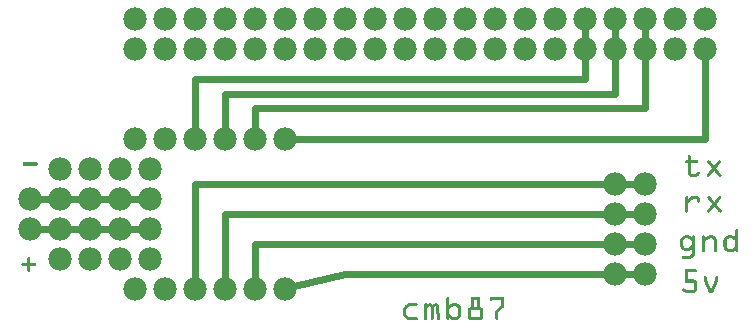
<source format=gtl>
G04 MADE WITH FRITZING*
G04 WWW.FRITZING.ORG*
G04 DOUBLE SIDED*
G04 HOLES PLATED*
G04 CONTOUR ON CENTER OF CONTOUR VECTOR*
%ASAXBY*%
%FSLAX23Y23*%
%MOIN*%
%OFA0B0*%
%SFA1.0B1.0*%
%ADD10C,0.078000*%
%ADD11C,0.077444*%
%ADD12C,0.024000*%
%ADD13R,0.001000X0.001000*%
%LNCOPPER1*%
G90*
G70*
G54D10*
X445Y687D03*
X545Y687D03*
X645Y687D03*
X745Y687D03*
X845Y687D03*
X945Y687D03*
X445Y687D03*
X545Y687D03*
X645Y687D03*
X745Y687D03*
X845Y687D03*
X945Y687D03*
X945Y187D03*
X845Y187D03*
X745Y187D03*
X645Y187D03*
X545Y187D03*
X445Y187D03*
X945Y187D03*
X845Y187D03*
X745Y187D03*
X645Y187D03*
X545Y187D03*
X445Y187D03*
G54D11*
X445Y987D03*
X545Y987D03*
X645Y987D03*
X745Y987D03*
X845Y987D03*
X945Y987D03*
X1045Y987D03*
X1145Y987D03*
X1245Y986D03*
X1345Y987D03*
X1445Y987D03*
X1545Y987D03*
X1645Y987D03*
X1745Y987D03*
X1845Y987D03*
X1945Y987D03*
X2045Y987D03*
X2145Y987D03*
X2246Y987D03*
X2345Y987D03*
X2345Y1087D03*
X2246Y1087D03*
X2145Y1087D03*
X2045Y1087D03*
X1945Y1087D03*
X1845Y1087D03*
X1745Y1087D03*
X1645Y1087D03*
X1545Y1087D03*
X1445Y1087D03*
X1345Y1087D03*
X1245Y1087D03*
X1145Y1087D03*
X1045Y1087D03*
X945Y1087D03*
X845Y1087D03*
X745Y1087D03*
X645Y1087D03*
X545Y1087D03*
X445Y1087D03*
G54D10*
X2145Y537D03*
X2145Y437D03*
X2145Y337D03*
X2145Y237D03*
X2145Y537D03*
X2145Y437D03*
X2145Y337D03*
X2145Y237D03*
X495Y387D03*
X395Y387D03*
X295Y387D03*
X195Y387D03*
X95Y387D03*
X495Y387D03*
X395Y387D03*
X295Y387D03*
X195Y387D03*
X95Y387D03*
X95Y487D03*
X195Y487D03*
X295Y487D03*
X395Y487D03*
X495Y487D03*
X495Y387D03*
X395Y387D03*
X295Y387D03*
X195Y387D03*
X95Y387D03*
X495Y387D03*
X395Y387D03*
X295Y387D03*
X195Y387D03*
X95Y387D03*
X95Y487D03*
X195Y487D03*
X295Y487D03*
X395Y487D03*
X495Y487D03*
X2045Y537D03*
X2045Y437D03*
X2045Y337D03*
X2045Y237D03*
X2045Y537D03*
X2045Y437D03*
X2045Y337D03*
X2045Y237D03*
X195Y587D03*
X295Y587D03*
X395Y587D03*
X495Y587D03*
X195Y587D03*
X295Y587D03*
X395Y587D03*
X495Y587D03*
X195Y287D03*
X295Y287D03*
X395Y287D03*
X495Y287D03*
X195Y287D03*
X295Y287D03*
X395Y287D03*
X495Y287D03*
G54D12*
X125Y487D02*
X465Y487D01*
D02*
X465Y387D02*
X125Y387D01*
D02*
X2015Y238D02*
X1146Y238D01*
D02*
X1146Y238D02*
X975Y195D01*
D02*
X2075Y237D02*
X2115Y237D01*
D02*
X2075Y337D02*
X2115Y337D01*
D02*
X846Y218D02*
X846Y336D01*
D02*
X846Y336D02*
X2015Y337D01*
D02*
X2075Y437D02*
X2115Y437D01*
D02*
X745Y218D02*
X746Y437D01*
D02*
X746Y437D02*
X2015Y437D01*
D02*
X645Y538D02*
X645Y218D01*
D02*
X2015Y537D02*
X645Y538D01*
D02*
X2075Y537D02*
X2115Y537D01*
D02*
X2345Y688D02*
X975Y687D01*
D02*
X2345Y957D02*
X2345Y688D01*
D02*
X846Y789D02*
X2147Y789D01*
D02*
X2147Y789D02*
X2145Y1057D01*
D02*
X846Y718D02*
X846Y789D01*
D02*
X746Y838D02*
X2046Y838D01*
D02*
X2046Y838D02*
X2045Y1057D01*
D02*
X745Y718D02*
X746Y838D01*
D02*
X1945Y1018D02*
X1945Y1057D01*
D02*
X645Y887D02*
X1945Y887D01*
D02*
X645Y718D02*
X645Y887D01*
D02*
X1945Y887D02*
X1945Y957D01*
G54D13*
X2294Y633D02*
X2294Y633D01*
X2291Y632D02*
X2297Y632D01*
X2291Y631D02*
X2297Y631D01*
X2290Y630D02*
X2298Y630D01*
X2290Y629D02*
X2298Y629D01*
X2289Y628D02*
X2299Y628D01*
X2289Y627D02*
X2299Y627D01*
X2289Y626D02*
X2299Y626D01*
X2289Y625D02*
X2299Y625D01*
X2289Y624D02*
X2299Y624D01*
X2289Y623D02*
X2299Y623D01*
X2289Y622D02*
X2299Y622D01*
X2289Y621D02*
X2299Y621D01*
X2289Y620D02*
X2299Y620D01*
X2289Y619D02*
X2299Y619D01*
X2289Y618D02*
X2299Y618D01*
X2289Y617D02*
X2299Y617D01*
X2284Y616D02*
X2319Y616D01*
X2357Y616D02*
X2358Y616D01*
X2394Y616D02*
X2395Y616D01*
X2282Y615D02*
X2321Y615D01*
X2355Y615D02*
X2360Y615D01*
X2392Y615D02*
X2397Y615D01*
X2281Y614D02*
X2322Y614D01*
X2354Y614D02*
X2361Y614D01*
X2391Y614D02*
X2398Y614D01*
X2280Y613D02*
X2323Y613D01*
X2353Y613D02*
X2362Y613D01*
X2391Y613D02*
X2399Y613D01*
X2280Y612D02*
X2323Y612D01*
X2353Y612D02*
X2363Y612D01*
X2390Y612D02*
X2399Y612D01*
X2280Y611D02*
X2323Y611D01*
X2353Y611D02*
X2364Y611D01*
X2389Y611D02*
X2399Y611D01*
X2280Y610D02*
X2323Y610D01*
X2353Y610D02*
X2364Y610D01*
X2388Y610D02*
X2399Y610D01*
X75Y609D02*
X118Y609D01*
X2280Y609D02*
X2323Y609D01*
X2353Y609D02*
X2365Y609D01*
X2387Y609D02*
X2399Y609D01*
X74Y608D02*
X119Y608D01*
X2281Y608D02*
X2322Y608D01*
X2354Y608D02*
X2366Y608D01*
X2386Y608D02*
X2398Y608D01*
X73Y607D02*
X120Y607D01*
X2282Y607D02*
X2321Y607D01*
X2355Y607D02*
X2367Y607D01*
X2386Y607D02*
X2398Y607D01*
X72Y606D02*
X121Y606D01*
X2289Y606D02*
X2299Y606D01*
X2356Y606D02*
X2368Y606D01*
X2385Y606D02*
X2397Y606D01*
X72Y605D02*
X121Y605D01*
X2289Y605D02*
X2299Y605D01*
X2356Y605D02*
X2369Y605D01*
X2384Y605D02*
X2396Y605D01*
X72Y604D02*
X121Y604D01*
X2289Y604D02*
X2299Y604D01*
X2357Y604D02*
X2369Y604D01*
X2383Y604D02*
X2395Y604D01*
X72Y603D02*
X121Y603D01*
X2289Y603D02*
X2299Y603D01*
X2358Y603D02*
X2370Y603D01*
X2382Y603D02*
X2394Y603D01*
X72Y602D02*
X121Y602D01*
X2289Y602D02*
X2299Y602D01*
X2359Y602D02*
X2371Y602D01*
X2381Y602D02*
X2393Y602D01*
X72Y601D02*
X121Y601D01*
X2289Y601D02*
X2299Y601D01*
X2360Y601D02*
X2372Y601D01*
X2381Y601D02*
X2393Y601D01*
X72Y600D02*
X121Y600D01*
X2289Y600D02*
X2299Y600D01*
X2361Y600D02*
X2373Y600D01*
X2380Y600D02*
X2392Y600D01*
X72Y599D02*
X121Y599D01*
X2289Y599D02*
X2299Y599D01*
X2361Y599D02*
X2374Y599D01*
X2379Y599D02*
X2391Y599D01*
X73Y598D02*
X120Y598D01*
X2289Y598D02*
X2299Y598D01*
X2362Y598D02*
X2374Y598D01*
X2378Y598D02*
X2390Y598D01*
X73Y597D02*
X120Y597D01*
X2289Y597D02*
X2299Y597D01*
X2363Y597D02*
X2375Y597D01*
X2377Y597D02*
X2389Y597D01*
X74Y596D02*
X118Y596D01*
X2289Y596D02*
X2299Y596D01*
X2364Y596D02*
X2389Y596D01*
X2289Y595D02*
X2299Y595D01*
X2365Y595D02*
X2388Y595D01*
X2289Y594D02*
X2299Y594D01*
X2366Y594D02*
X2387Y594D01*
X2289Y593D02*
X2299Y593D01*
X2366Y593D02*
X2386Y593D01*
X2289Y592D02*
X2299Y592D01*
X2367Y592D02*
X2385Y592D01*
X2289Y591D02*
X2299Y591D01*
X2368Y591D02*
X2384Y591D01*
X2289Y590D02*
X2299Y590D01*
X2369Y590D02*
X2384Y590D01*
X2289Y589D02*
X2299Y589D01*
X2370Y589D02*
X2383Y589D01*
X2289Y588D02*
X2299Y588D01*
X2370Y588D02*
X2383Y588D01*
X2289Y587D02*
X2299Y587D01*
X2369Y587D02*
X2383Y587D01*
X2289Y586D02*
X2299Y586D01*
X2368Y586D02*
X2384Y586D01*
X2289Y585D02*
X2299Y585D01*
X2367Y585D02*
X2385Y585D01*
X2289Y584D02*
X2299Y584D01*
X2366Y584D02*
X2386Y584D01*
X2289Y583D02*
X2299Y583D01*
X2366Y583D02*
X2387Y583D01*
X2289Y582D02*
X2299Y582D01*
X2365Y582D02*
X2388Y582D01*
X2289Y581D02*
X2299Y581D01*
X2364Y581D02*
X2388Y581D01*
X2289Y580D02*
X2299Y580D01*
X2363Y580D02*
X2375Y580D01*
X2377Y580D02*
X2389Y580D01*
X2289Y579D02*
X2299Y579D01*
X2362Y579D02*
X2375Y579D01*
X2378Y579D02*
X2390Y579D01*
X2289Y578D02*
X2299Y578D01*
X2361Y578D02*
X2374Y578D01*
X2379Y578D02*
X2391Y578D01*
X2289Y577D02*
X2299Y577D01*
X2322Y577D02*
X2326Y577D01*
X2361Y577D02*
X2373Y577D01*
X2380Y577D02*
X2392Y577D01*
X2289Y576D02*
X2299Y576D01*
X2321Y576D02*
X2327Y576D01*
X2360Y576D02*
X2372Y576D01*
X2380Y576D02*
X2393Y576D01*
X2289Y575D02*
X2299Y575D01*
X2320Y575D02*
X2328Y575D01*
X2359Y575D02*
X2371Y575D01*
X2381Y575D02*
X2393Y575D01*
X2289Y574D02*
X2299Y574D01*
X2319Y574D02*
X2328Y574D01*
X2358Y574D02*
X2370Y574D01*
X2382Y574D02*
X2394Y574D01*
X2290Y573D02*
X2299Y573D01*
X2319Y573D02*
X2328Y573D01*
X2357Y573D02*
X2370Y573D01*
X2383Y573D02*
X2395Y573D01*
X2290Y572D02*
X2299Y572D01*
X2319Y572D02*
X2328Y572D01*
X2356Y572D02*
X2369Y572D01*
X2384Y572D02*
X2396Y572D01*
X2290Y571D02*
X2300Y571D01*
X2318Y571D02*
X2328Y571D01*
X2356Y571D02*
X2368Y571D01*
X2384Y571D02*
X2397Y571D01*
X2290Y570D02*
X2301Y570D01*
X2316Y570D02*
X2328Y570D01*
X2355Y570D02*
X2367Y570D01*
X2385Y570D02*
X2398Y570D01*
X2290Y569D02*
X2327Y569D01*
X2354Y569D02*
X2366Y569D01*
X2386Y569D02*
X2398Y569D01*
X2291Y568D02*
X2327Y568D01*
X2353Y568D02*
X2365Y568D01*
X2387Y568D02*
X2399Y568D01*
X2291Y567D02*
X2326Y567D01*
X2353Y567D02*
X2365Y567D01*
X2388Y567D02*
X2400Y567D01*
X2292Y566D02*
X2326Y566D01*
X2352Y566D02*
X2364Y566D01*
X2389Y566D02*
X2400Y566D01*
X2293Y565D02*
X2325Y565D01*
X2352Y565D02*
X2363Y565D01*
X2389Y565D02*
X2401Y565D01*
X2294Y564D02*
X2324Y564D01*
X2352Y564D02*
X2362Y564D01*
X2390Y564D02*
X2401Y564D01*
X2295Y563D02*
X2323Y563D01*
X2352Y563D02*
X2361Y563D01*
X2391Y563D02*
X2400Y563D01*
X2296Y562D02*
X2322Y562D01*
X2353Y562D02*
X2360Y562D01*
X2392Y562D02*
X2400Y562D01*
X2298Y561D02*
X2320Y561D01*
X2353Y561D02*
X2360Y561D01*
X2393Y561D02*
X2399Y561D01*
X2300Y560D02*
X2318Y560D01*
X2354Y560D02*
X2358Y560D01*
X2394Y560D02*
X2398Y560D01*
X2283Y496D02*
X2287Y496D01*
X2303Y496D02*
X2319Y496D01*
X2356Y496D02*
X2361Y496D01*
X2394Y496D02*
X2398Y496D01*
X2282Y495D02*
X2288Y495D01*
X2301Y495D02*
X2321Y495D01*
X2355Y495D02*
X2362Y495D01*
X2393Y495D02*
X2399Y495D01*
X2281Y494D02*
X2289Y494D01*
X2300Y494D02*
X2323Y494D01*
X2355Y494D02*
X2363Y494D01*
X2392Y494D02*
X2400Y494D01*
X2281Y493D02*
X2289Y493D01*
X2299Y493D02*
X2324Y493D01*
X2354Y493D02*
X2364Y493D01*
X2391Y493D02*
X2400Y493D01*
X2281Y492D02*
X2290Y492D01*
X2298Y492D02*
X2325Y492D01*
X2354Y492D02*
X2364Y492D01*
X2390Y492D02*
X2401Y492D01*
X2281Y491D02*
X2290Y491D01*
X2297Y491D02*
X2326Y491D01*
X2354Y491D02*
X2365Y491D01*
X2389Y491D02*
X2400Y491D01*
X2281Y490D02*
X2290Y490D01*
X2296Y490D02*
X2327Y490D01*
X2354Y490D02*
X2366Y490D01*
X2389Y490D02*
X2400Y490D01*
X2281Y489D02*
X2290Y489D01*
X2294Y489D02*
X2328Y489D01*
X2355Y489D02*
X2367Y489D01*
X2388Y489D02*
X2400Y489D01*
X2281Y488D02*
X2290Y488D01*
X2293Y488D02*
X2328Y488D01*
X2356Y488D02*
X2368Y488D01*
X2387Y488D02*
X2399Y488D01*
X2281Y487D02*
X2290Y487D01*
X2292Y487D02*
X2328Y487D01*
X2356Y487D02*
X2369Y487D01*
X2386Y487D02*
X2398Y487D01*
X2281Y486D02*
X2305Y486D01*
X2318Y486D02*
X2329Y486D01*
X2357Y486D02*
X2369Y486D01*
X2385Y486D02*
X2397Y486D01*
X2281Y485D02*
X2304Y485D01*
X2319Y485D02*
X2329Y485D01*
X2358Y485D02*
X2370Y485D01*
X2384Y485D02*
X2396Y485D01*
X2281Y484D02*
X2303Y484D01*
X2320Y484D02*
X2329Y484D01*
X2359Y484D02*
X2371Y484D01*
X2384Y484D02*
X2396Y484D01*
X2281Y483D02*
X2302Y483D01*
X2320Y483D02*
X2329Y483D01*
X2360Y483D02*
X2372Y483D01*
X2383Y483D02*
X2395Y483D01*
X2281Y482D02*
X2301Y482D01*
X2320Y482D02*
X2329Y482D01*
X2361Y482D02*
X2373Y482D01*
X2382Y482D02*
X2394Y482D01*
X2281Y481D02*
X2300Y481D01*
X2320Y481D02*
X2329Y481D01*
X2361Y481D02*
X2373Y481D01*
X2381Y481D02*
X2393Y481D01*
X2281Y480D02*
X2299Y480D01*
X2320Y480D02*
X2329Y480D01*
X2362Y480D02*
X2374Y480D01*
X2380Y480D02*
X2392Y480D01*
X2281Y479D02*
X2297Y479D01*
X2320Y479D02*
X2329Y479D01*
X2363Y479D02*
X2375Y479D01*
X2379Y479D02*
X2391Y479D01*
X2281Y478D02*
X2296Y478D01*
X2321Y478D02*
X2329Y478D01*
X2364Y478D02*
X2376Y478D01*
X2379Y478D02*
X2391Y478D01*
X2281Y477D02*
X2295Y477D01*
X2321Y477D02*
X2329Y477D01*
X2365Y477D02*
X2390Y477D01*
X2281Y476D02*
X2294Y476D01*
X2321Y476D02*
X2328Y476D01*
X2366Y476D02*
X2389Y476D01*
X2281Y475D02*
X2293Y475D01*
X2322Y475D02*
X2327Y475D01*
X2366Y475D02*
X2388Y475D01*
X2281Y474D02*
X2292Y474D01*
X2367Y474D02*
X2387Y474D01*
X2281Y473D02*
X2290Y473D01*
X2368Y473D02*
X2387Y473D01*
X2281Y472D02*
X2290Y472D01*
X2369Y472D02*
X2386Y472D01*
X2281Y471D02*
X2290Y471D01*
X2370Y471D02*
X2385Y471D01*
X2281Y470D02*
X2290Y470D01*
X2370Y470D02*
X2384Y470D01*
X2281Y469D02*
X2290Y469D01*
X2371Y469D02*
X2384Y469D01*
X2281Y468D02*
X2290Y468D01*
X2370Y468D02*
X2384Y468D01*
X2281Y467D02*
X2290Y467D01*
X2369Y467D02*
X2385Y467D01*
X2281Y466D02*
X2290Y466D01*
X2369Y466D02*
X2386Y466D01*
X2281Y465D02*
X2290Y465D01*
X2368Y465D02*
X2387Y465D01*
X2281Y464D02*
X2290Y464D01*
X2367Y464D02*
X2388Y464D01*
X2281Y463D02*
X2290Y463D01*
X2366Y463D02*
X2388Y463D01*
X2281Y462D02*
X2290Y462D01*
X2365Y462D02*
X2389Y462D01*
X2281Y461D02*
X2290Y461D01*
X2364Y461D02*
X2390Y461D01*
X2281Y460D02*
X2290Y460D01*
X2364Y460D02*
X2376Y460D01*
X2379Y460D02*
X2391Y460D01*
X2281Y459D02*
X2290Y459D01*
X2363Y459D02*
X2375Y459D01*
X2380Y459D02*
X2392Y459D01*
X2281Y458D02*
X2290Y458D01*
X2362Y458D02*
X2374Y458D01*
X2380Y458D02*
X2393Y458D01*
X2281Y457D02*
X2290Y457D01*
X2361Y457D02*
X2373Y457D01*
X2381Y457D02*
X2393Y457D01*
X2281Y456D02*
X2290Y456D01*
X2360Y456D02*
X2373Y456D01*
X2382Y456D02*
X2394Y456D01*
X2281Y455D02*
X2290Y455D01*
X2359Y455D02*
X2372Y455D01*
X2383Y455D02*
X2395Y455D01*
X2281Y454D02*
X2290Y454D01*
X2359Y454D02*
X2371Y454D01*
X2384Y454D02*
X2396Y454D01*
X2281Y453D02*
X2290Y453D01*
X2358Y453D02*
X2370Y453D01*
X2384Y453D02*
X2397Y453D01*
X2281Y452D02*
X2290Y452D01*
X2357Y452D02*
X2369Y452D01*
X2385Y452D02*
X2398Y452D01*
X2281Y451D02*
X2290Y451D01*
X2356Y451D02*
X2368Y451D01*
X2386Y451D02*
X2398Y451D01*
X2281Y450D02*
X2290Y450D01*
X2355Y450D02*
X2368Y450D01*
X2387Y450D02*
X2399Y450D01*
X2281Y449D02*
X2290Y449D01*
X2354Y449D02*
X2367Y449D01*
X2388Y449D02*
X2400Y449D01*
X2281Y448D02*
X2290Y448D01*
X2354Y448D02*
X2366Y448D01*
X2389Y448D02*
X2401Y448D01*
X2281Y447D02*
X2290Y447D01*
X2353Y447D02*
X2365Y447D01*
X2389Y447D02*
X2401Y447D01*
X2281Y446D02*
X2290Y446D01*
X2353Y446D02*
X2364Y446D01*
X2390Y446D02*
X2402Y446D01*
X2281Y445D02*
X2290Y445D01*
X2353Y445D02*
X2363Y445D01*
X2391Y445D02*
X2402Y445D01*
X2281Y444D02*
X2290Y444D01*
X2353Y444D02*
X2363Y444D01*
X2392Y444D02*
X2401Y444D01*
X2281Y443D02*
X2289Y443D01*
X2353Y443D02*
X2362Y443D01*
X2393Y443D02*
X2401Y443D01*
X2282Y442D02*
X2289Y442D01*
X2354Y442D02*
X2361Y442D01*
X2394Y442D02*
X2401Y442D01*
X2283Y441D02*
X2287Y441D01*
X2355Y441D02*
X2360Y441D01*
X2395Y441D02*
X2399Y441D01*
X2451Y386D02*
X2454Y386D01*
X2450Y385D02*
X2456Y385D01*
X2449Y384D02*
X2456Y384D01*
X2448Y383D02*
X2457Y383D01*
X2448Y382D02*
X2457Y382D01*
X2448Y381D02*
X2457Y381D01*
X2448Y380D02*
X2457Y380D01*
X2448Y379D02*
X2457Y379D01*
X2448Y378D02*
X2457Y378D01*
X2448Y377D02*
X2457Y377D01*
X2448Y376D02*
X2457Y376D01*
X2448Y375D02*
X2457Y375D01*
X2448Y374D02*
X2457Y374D01*
X2448Y373D02*
X2457Y373D01*
X2448Y372D02*
X2457Y372D01*
X2448Y371D02*
X2457Y371D01*
X2448Y370D02*
X2457Y370D01*
X2448Y369D02*
X2457Y369D01*
X2448Y368D02*
X2457Y368D01*
X2448Y367D02*
X2457Y367D01*
X2448Y366D02*
X2457Y366D01*
X2279Y365D02*
X2292Y365D01*
X2307Y365D02*
X2309Y365D01*
X2340Y365D02*
X2342Y365D01*
X2361Y365D02*
X2372Y365D01*
X2424Y365D02*
X2436Y365D01*
X2448Y365D02*
X2457Y365D01*
X2276Y364D02*
X2295Y364D01*
X2305Y364D02*
X2311Y364D01*
X2338Y364D02*
X2343Y364D01*
X2358Y364D02*
X2375Y364D01*
X2421Y364D02*
X2440Y364D01*
X2448Y364D02*
X2457Y364D01*
X2275Y363D02*
X2297Y363D01*
X2304Y363D02*
X2312Y363D01*
X2337Y363D02*
X2344Y363D01*
X2356Y363D02*
X2377Y363D01*
X2419Y363D02*
X2441Y363D01*
X2448Y363D02*
X2457Y363D01*
X2273Y362D02*
X2298Y362D01*
X2304Y362D02*
X2312Y362D01*
X2337Y362D02*
X2345Y362D01*
X2354Y362D02*
X2378Y362D01*
X2418Y362D02*
X2443Y362D01*
X2448Y362D02*
X2457Y362D01*
X2272Y361D02*
X2300Y361D01*
X2304Y361D02*
X2313Y361D01*
X2336Y361D02*
X2345Y361D01*
X2353Y361D02*
X2379Y361D01*
X2416Y361D02*
X2444Y361D01*
X2448Y361D02*
X2457Y361D01*
X2271Y360D02*
X2301Y360D01*
X2304Y360D02*
X2313Y360D01*
X2336Y360D02*
X2345Y360D01*
X2351Y360D02*
X2380Y360D01*
X2415Y360D02*
X2445Y360D01*
X2448Y360D02*
X2457Y360D01*
X2270Y359D02*
X2313Y359D01*
X2336Y359D02*
X2345Y359D01*
X2350Y359D02*
X2381Y359D01*
X2414Y359D02*
X2446Y359D01*
X2448Y359D02*
X2457Y359D01*
X2269Y358D02*
X2313Y358D01*
X2336Y358D02*
X2345Y358D01*
X2348Y358D02*
X2381Y358D01*
X2413Y358D02*
X2457Y358D01*
X2268Y357D02*
X2313Y357D01*
X2336Y357D02*
X2382Y357D01*
X2412Y357D02*
X2457Y357D01*
X2267Y356D02*
X2313Y356D01*
X2336Y356D02*
X2383Y356D01*
X2411Y356D02*
X2457Y356D01*
X2266Y355D02*
X2280Y355D01*
X2291Y355D02*
X2313Y355D01*
X2336Y355D02*
X2361Y355D01*
X2371Y355D02*
X2383Y355D01*
X2411Y355D02*
X2425Y355D01*
X2436Y355D02*
X2457Y355D01*
X2265Y354D02*
X2278Y354D01*
X2293Y354D02*
X2313Y354D01*
X2336Y354D02*
X2360Y354D01*
X2373Y354D02*
X2383Y354D01*
X2410Y354D02*
X2423Y354D01*
X2438Y354D02*
X2457Y354D01*
X2265Y353D02*
X2277Y353D01*
X2294Y353D02*
X2313Y353D01*
X2336Y353D02*
X2358Y353D01*
X2374Y353D02*
X2383Y353D01*
X2409Y353D02*
X2422Y353D01*
X2439Y353D02*
X2457Y353D01*
X2265Y352D02*
X2276Y352D01*
X2296Y352D02*
X2313Y352D01*
X2336Y352D02*
X2357Y352D01*
X2374Y352D02*
X2384Y352D01*
X2409Y352D02*
X2420Y352D01*
X2440Y352D02*
X2457Y352D01*
X2264Y351D02*
X2275Y351D01*
X2297Y351D02*
X2313Y351D01*
X2336Y351D02*
X2355Y351D01*
X2374Y351D02*
X2384Y351D01*
X2409Y351D02*
X2419Y351D01*
X2441Y351D02*
X2457Y351D01*
X2264Y350D02*
X2274Y350D01*
X2298Y350D02*
X2313Y350D01*
X2336Y350D02*
X2353Y350D01*
X2375Y350D02*
X2384Y350D01*
X2409Y350D02*
X2419Y350D01*
X2442Y350D02*
X2457Y350D01*
X2264Y349D02*
X2273Y349D01*
X2299Y349D02*
X2313Y349D01*
X2336Y349D02*
X2352Y349D01*
X2375Y349D02*
X2384Y349D01*
X2409Y349D02*
X2418Y349D01*
X2444Y349D02*
X2457Y349D01*
X2264Y348D02*
X2273Y348D01*
X2300Y348D02*
X2313Y348D01*
X2336Y348D02*
X2350Y348D01*
X2375Y348D02*
X2384Y348D01*
X2408Y348D02*
X2418Y348D01*
X2445Y348D02*
X2457Y348D01*
X2264Y347D02*
X2273Y347D01*
X2301Y347D02*
X2313Y347D01*
X2336Y347D02*
X2349Y347D01*
X2375Y347D02*
X2384Y347D01*
X2408Y347D02*
X2418Y347D01*
X2446Y347D02*
X2457Y347D01*
X2264Y346D02*
X2273Y346D01*
X2302Y346D02*
X2313Y346D01*
X2336Y346D02*
X2347Y346D01*
X2375Y346D02*
X2384Y346D01*
X2408Y346D02*
X2418Y346D01*
X2447Y346D02*
X2457Y346D01*
X2264Y345D02*
X2273Y345D01*
X2303Y345D02*
X2313Y345D01*
X2336Y345D02*
X2346Y345D01*
X2375Y345D02*
X2384Y345D01*
X2408Y345D02*
X2418Y345D01*
X2448Y345D02*
X2457Y345D01*
X2264Y344D02*
X2273Y344D01*
X2303Y344D02*
X2313Y344D01*
X2336Y344D02*
X2345Y344D01*
X2375Y344D02*
X2384Y344D01*
X2408Y344D02*
X2418Y344D01*
X2448Y344D02*
X2457Y344D01*
X2264Y343D02*
X2273Y343D01*
X2304Y343D02*
X2313Y343D01*
X2336Y343D02*
X2345Y343D01*
X2375Y343D02*
X2384Y343D01*
X2408Y343D02*
X2418Y343D01*
X2448Y343D02*
X2457Y343D01*
X2264Y342D02*
X2273Y342D01*
X2304Y342D02*
X2313Y342D01*
X2336Y342D02*
X2345Y342D01*
X2375Y342D02*
X2384Y342D01*
X2408Y342D02*
X2418Y342D01*
X2448Y342D02*
X2457Y342D01*
X2264Y341D02*
X2273Y341D01*
X2304Y341D02*
X2313Y341D01*
X2336Y341D02*
X2345Y341D01*
X2375Y341D02*
X2384Y341D01*
X2408Y341D02*
X2418Y341D01*
X2448Y341D02*
X2457Y341D01*
X2264Y340D02*
X2273Y340D01*
X2304Y340D02*
X2313Y340D01*
X2336Y340D02*
X2345Y340D01*
X2375Y340D02*
X2384Y340D01*
X2408Y340D02*
X2418Y340D01*
X2448Y340D02*
X2457Y340D01*
X2264Y339D02*
X2273Y339D01*
X2304Y339D02*
X2313Y339D01*
X2336Y339D02*
X2345Y339D01*
X2375Y339D02*
X2384Y339D01*
X2408Y339D02*
X2418Y339D01*
X2448Y339D02*
X2457Y339D01*
X2264Y338D02*
X2273Y338D01*
X2304Y338D02*
X2313Y338D01*
X2336Y338D02*
X2345Y338D01*
X2375Y338D02*
X2384Y338D01*
X2408Y338D02*
X2418Y338D01*
X2448Y338D02*
X2457Y338D01*
X2264Y337D02*
X2273Y337D01*
X2304Y337D02*
X2313Y337D01*
X2336Y337D02*
X2345Y337D01*
X2375Y337D02*
X2384Y337D01*
X2408Y337D02*
X2418Y337D01*
X2448Y337D02*
X2457Y337D01*
X2264Y336D02*
X2273Y336D01*
X2304Y336D02*
X2313Y336D01*
X2336Y336D02*
X2345Y336D01*
X2375Y336D02*
X2384Y336D01*
X2408Y336D02*
X2418Y336D01*
X2448Y336D02*
X2457Y336D01*
X2264Y335D02*
X2273Y335D01*
X2304Y335D02*
X2313Y335D01*
X2336Y335D02*
X2345Y335D01*
X2375Y335D02*
X2384Y335D01*
X2408Y335D02*
X2418Y335D01*
X2448Y335D02*
X2457Y335D01*
X2264Y334D02*
X2273Y334D01*
X2303Y334D02*
X2313Y334D01*
X2336Y334D02*
X2345Y334D01*
X2375Y334D02*
X2384Y334D01*
X2408Y334D02*
X2418Y334D01*
X2448Y334D02*
X2457Y334D01*
X2264Y333D02*
X2273Y333D01*
X2303Y333D02*
X2313Y333D01*
X2336Y333D02*
X2345Y333D01*
X2375Y333D02*
X2384Y333D01*
X2408Y333D02*
X2418Y333D01*
X2448Y333D02*
X2457Y333D01*
X2264Y332D02*
X2273Y332D01*
X2302Y332D02*
X2313Y332D01*
X2336Y332D02*
X2345Y332D01*
X2375Y332D02*
X2384Y332D01*
X2408Y332D02*
X2418Y332D01*
X2448Y332D02*
X2457Y332D01*
X2264Y331D02*
X2273Y331D01*
X2301Y331D02*
X2313Y331D01*
X2336Y331D02*
X2345Y331D01*
X2375Y331D02*
X2384Y331D01*
X2408Y331D02*
X2418Y331D01*
X2448Y331D02*
X2457Y331D01*
X2264Y330D02*
X2273Y330D01*
X2300Y330D02*
X2313Y330D01*
X2336Y330D02*
X2345Y330D01*
X2375Y330D02*
X2384Y330D01*
X2408Y330D02*
X2418Y330D01*
X2448Y330D02*
X2457Y330D01*
X2264Y329D02*
X2273Y329D01*
X2299Y329D02*
X2313Y329D01*
X2336Y329D02*
X2345Y329D01*
X2375Y329D02*
X2384Y329D01*
X2408Y329D02*
X2418Y329D01*
X2448Y329D02*
X2457Y329D01*
X2264Y328D02*
X2274Y328D01*
X2298Y328D02*
X2313Y328D01*
X2336Y328D02*
X2345Y328D01*
X2375Y328D02*
X2384Y328D01*
X2408Y328D02*
X2418Y328D01*
X2447Y328D02*
X2457Y328D01*
X2264Y327D02*
X2274Y327D01*
X2297Y327D02*
X2313Y327D01*
X2336Y327D02*
X2345Y327D01*
X2375Y327D02*
X2384Y327D01*
X2408Y327D02*
X2418Y327D01*
X2446Y327D02*
X2457Y327D01*
X2265Y326D02*
X2275Y326D01*
X2295Y326D02*
X2313Y326D01*
X2336Y326D02*
X2345Y326D01*
X2375Y326D02*
X2384Y326D01*
X2408Y326D02*
X2418Y326D01*
X2445Y326D02*
X2457Y326D01*
X2265Y325D02*
X2277Y325D01*
X2294Y325D02*
X2313Y325D01*
X2336Y325D02*
X2345Y325D01*
X2375Y325D02*
X2384Y325D01*
X2409Y325D02*
X2418Y325D01*
X2444Y325D02*
X2457Y325D01*
X2266Y324D02*
X2278Y324D01*
X2293Y324D02*
X2313Y324D01*
X2336Y324D02*
X2345Y324D01*
X2375Y324D02*
X2385Y324D01*
X2409Y324D02*
X2418Y324D01*
X2443Y324D02*
X2457Y324D01*
X2266Y323D02*
X2280Y323D01*
X2291Y323D02*
X2313Y323D01*
X2336Y323D02*
X2345Y323D01*
X2376Y323D02*
X2385Y323D01*
X2409Y323D02*
X2419Y323D01*
X2441Y323D02*
X2457Y323D01*
X2267Y322D02*
X2313Y322D01*
X2336Y322D02*
X2345Y322D01*
X2376Y322D02*
X2385Y322D01*
X2409Y322D02*
X2420Y322D01*
X2440Y322D02*
X2457Y322D01*
X2268Y321D02*
X2313Y321D01*
X2336Y321D02*
X2345Y321D01*
X2376Y321D02*
X2385Y321D01*
X2409Y321D02*
X2421Y321D01*
X2439Y321D02*
X2457Y321D01*
X2269Y320D02*
X2313Y320D01*
X2336Y320D02*
X2345Y320D01*
X2376Y320D02*
X2385Y320D01*
X2410Y320D02*
X2423Y320D01*
X2438Y320D02*
X2457Y320D01*
X2270Y319D02*
X2313Y319D01*
X2336Y319D02*
X2345Y319D01*
X2376Y319D02*
X2385Y319D01*
X2410Y319D02*
X2424Y319D01*
X2436Y319D02*
X2457Y319D01*
X2271Y318D02*
X2301Y318D01*
X2304Y318D02*
X2313Y318D01*
X2336Y318D02*
X2345Y318D01*
X2376Y318D02*
X2385Y318D01*
X2411Y318D02*
X2457Y318D01*
X2272Y317D02*
X2300Y317D01*
X2304Y317D02*
X2313Y317D01*
X2336Y317D02*
X2345Y317D01*
X2376Y317D02*
X2385Y317D01*
X2412Y317D02*
X2457Y317D01*
X2273Y316D02*
X2298Y316D01*
X2304Y316D02*
X2313Y316D01*
X2336Y316D02*
X2345Y316D01*
X2376Y316D02*
X2385Y316D01*
X2413Y316D02*
X2457Y316D01*
X2275Y315D02*
X2297Y315D01*
X2304Y315D02*
X2313Y315D01*
X2336Y315D02*
X2345Y315D01*
X2376Y315D02*
X2385Y315D01*
X2414Y315D02*
X2457Y315D01*
X2276Y314D02*
X2295Y314D01*
X2304Y314D02*
X2313Y314D01*
X2336Y314D02*
X2345Y314D01*
X2376Y314D02*
X2385Y314D01*
X2415Y314D02*
X2446Y314D01*
X2448Y314D02*
X2457Y314D01*
X2280Y313D02*
X2292Y313D01*
X2304Y313D02*
X2313Y313D01*
X2336Y313D02*
X2345Y313D01*
X2376Y313D02*
X2385Y313D01*
X2416Y313D02*
X2445Y313D01*
X2448Y313D02*
X2457Y313D01*
X2304Y312D02*
X2313Y312D01*
X2336Y312D02*
X2345Y312D01*
X2376Y312D02*
X2385Y312D01*
X2417Y312D02*
X2444Y312D01*
X2448Y312D02*
X2457Y312D01*
X2304Y311D02*
X2313Y311D01*
X2337Y311D02*
X2344Y311D01*
X2377Y311D02*
X2384Y311D01*
X2419Y311D02*
X2442Y311D01*
X2449Y311D02*
X2456Y311D01*
X2304Y310D02*
X2313Y310D01*
X2338Y310D02*
X2344Y310D01*
X2377Y310D02*
X2383Y310D01*
X2421Y310D02*
X2440Y310D01*
X2450Y310D02*
X2456Y310D01*
X2304Y309D02*
X2313Y309D01*
X2339Y309D02*
X2342Y309D01*
X2379Y309D02*
X2382Y309D01*
X2423Y309D02*
X2437Y309D01*
X2451Y309D02*
X2454Y309D01*
X2304Y308D02*
X2313Y308D01*
X2304Y307D02*
X2313Y307D01*
X2304Y306D02*
X2313Y306D01*
X2304Y305D02*
X2313Y305D01*
X2303Y304D02*
X2313Y304D01*
X2303Y303D02*
X2313Y303D01*
X2302Y302D02*
X2312Y302D01*
X2301Y301D02*
X2312Y301D01*
X2300Y300D02*
X2312Y300D01*
X2299Y299D02*
X2311Y299D01*
X2297Y298D02*
X2311Y298D01*
X2272Y297D02*
X2310Y297D01*
X2270Y296D02*
X2309Y296D01*
X2270Y295D02*
X2308Y295D01*
X2269Y294D02*
X2307Y294D01*
X2269Y293D02*
X2306Y293D01*
X90Y292D02*
X94Y292D01*
X2269Y292D02*
X2305Y292D01*
X89Y291D02*
X96Y291D01*
X2269Y291D02*
X2304Y291D01*
X88Y290D02*
X96Y290D01*
X2269Y290D02*
X2302Y290D01*
X88Y289D02*
X97Y289D01*
X2270Y289D02*
X2301Y289D01*
X88Y288D02*
X97Y288D01*
X2271Y288D02*
X2298Y288D01*
X88Y287D02*
X97Y287D01*
X88Y286D02*
X97Y286D01*
X88Y285D02*
X97Y285D01*
X88Y284D02*
X97Y284D01*
X88Y283D02*
X97Y283D01*
X88Y282D02*
X97Y282D01*
X88Y281D02*
X97Y281D01*
X88Y280D02*
X97Y280D01*
X88Y279D02*
X97Y279D01*
X88Y278D02*
X97Y278D01*
X88Y277D02*
X97Y277D01*
X88Y276D02*
X97Y276D01*
X88Y275D02*
X97Y275D01*
X88Y274D02*
X97Y274D01*
X73Y273D02*
X112Y273D01*
X70Y272D02*
X115Y272D01*
X69Y271D02*
X116Y271D01*
X68Y270D02*
X116Y270D01*
X68Y269D02*
X117Y269D01*
X68Y268D02*
X117Y268D01*
X68Y267D02*
X117Y267D01*
X68Y266D02*
X116Y266D01*
X69Y265D02*
X116Y265D01*
X70Y264D02*
X115Y264D01*
X73Y263D02*
X112Y263D01*
X88Y262D02*
X97Y262D01*
X88Y261D02*
X97Y261D01*
X88Y260D02*
X97Y260D01*
X88Y259D02*
X97Y259D01*
X88Y258D02*
X97Y258D01*
X88Y257D02*
X97Y257D01*
X88Y256D02*
X97Y256D01*
X88Y255D02*
X97Y255D01*
X88Y254D02*
X97Y254D01*
X88Y253D02*
X97Y253D01*
X88Y252D02*
X97Y252D01*
X88Y251D02*
X97Y251D01*
X2279Y251D02*
X2316Y251D01*
X88Y250D02*
X97Y250D01*
X2279Y250D02*
X2317Y250D01*
X88Y249D02*
X97Y249D01*
X2279Y249D02*
X2318Y249D01*
X88Y248D02*
X97Y248D01*
X2279Y248D02*
X2318Y248D01*
X88Y247D02*
X97Y247D01*
X2279Y247D02*
X2318Y247D01*
X88Y246D02*
X96Y246D01*
X2279Y246D02*
X2318Y246D01*
X89Y245D02*
X96Y245D01*
X2279Y245D02*
X2318Y245D01*
X90Y244D02*
X95Y244D01*
X2279Y244D02*
X2317Y244D01*
X2279Y243D02*
X2316Y243D01*
X2279Y242D02*
X2314Y242D01*
X2279Y241D02*
X2288Y241D01*
X2279Y240D02*
X2288Y240D01*
X2279Y239D02*
X2288Y239D01*
X2279Y238D02*
X2288Y238D01*
X2279Y237D02*
X2288Y237D01*
X2279Y236D02*
X2288Y236D01*
X2279Y235D02*
X2288Y235D01*
X2279Y234D02*
X2288Y234D01*
X2279Y233D02*
X2288Y233D01*
X2279Y232D02*
X2288Y232D01*
X2279Y231D02*
X2288Y231D01*
X2279Y230D02*
X2288Y230D01*
X2344Y230D02*
X2348Y230D01*
X2384Y230D02*
X2388Y230D01*
X2279Y229D02*
X2288Y229D01*
X2343Y229D02*
X2349Y229D01*
X2383Y229D02*
X2389Y229D01*
X2279Y228D02*
X2288Y228D01*
X2342Y228D02*
X2350Y228D01*
X2382Y228D02*
X2390Y228D01*
X2279Y227D02*
X2288Y227D01*
X2342Y227D02*
X2350Y227D01*
X2382Y227D02*
X2390Y227D01*
X2279Y226D02*
X2288Y226D01*
X2342Y226D02*
X2351Y226D01*
X2381Y226D02*
X2390Y226D01*
X2279Y225D02*
X2288Y225D01*
X2342Y225D02*
X2351Y225D01*
X2381Y225D02*
X2390Y225D01*
X2279Y224D02*
X2288Y224D01*
X2342Y224D02*
X2351Y224D01*
X2381Y224D02*
X2390Y224D01*
X2279Y223D02*
X2288Y223D01*
X2342Y223D02*
X2351Y223D01*
X2381Y223D02*
X2390Y223D01*
X2279Y222D02*
X2288Y222D01*
X2342Y222D02*
X2351Y222D01*
X2381Y222D02*
X2390Y222D01*
X2279Y221D02*
X2288Y221D01*
X2342Y221D02*
X2351Y221D01*
X2381Y221D02*
X2390Y221D01*
X2279Y220D02*
X2288Y220D01*
X2342Y220D02*
X2351Y220D01*
X2381Y220D02*
X2390Y220D01*
X2279Y219D02*
X2288Y219D01*
X2342Y219D02*
X2351Y219D01*
X2381Y219D02*
X2390Y219D01*
X2279Y218D02*
X2308Y218D01*
X2342Y218D02*
X2351Y218D01*
X2381Y218D02*
X2390Y218D01*
X2279Y217D02*
X2312Y217D01*
X2342Y217D02*
X2351Y217D01*
X2381Y217D02*
X2390Y217D01*
X2279Y216D02*
X2314Y216D01*
X2342Y216D02*
X2352Y216D01*
X2380Y216D02*
X2390Y216D01*
X2279Y215D02*
X2315Y215D01*
X2342Y215D02*
X2352Y215D01*
X2380Y215D02*
X2390Y215D01*
X2279Y214D02*
X2316Y214D01*
X2342Y214D02*
X2353Y214D01*
X2379Y214D02*
X2389Y214D01*
X2279Y213D02*
X2317Y213D01*
X2343Y213D02*
X2353Y213D01*
X2379Y213D02*
X2389Y213D01*
X2279Y212D02*
X2317Y212D01*
X2343Y212D02*
X2353Y212D01*
X2379Y212D02*
X2389Y212D01*
X2279Y211D02*
X2318Y211D01*
X2344Y211D02*
X2354Y211D01*
X2378Y211D02*
X2388Y211D01*
X2279Y210D02*
X2318Y210D01*
X2344Y210D02*
X2354Y210D01*
X2378Y210D02*
X2388Y210D01*
X2279Y209D02*
X2318Y209D01*
X2345Y209D02*
X2355Y209D01*
X2377Y209D02*
X2387Y209D01*
X2280Y208D02*
X2318Y208D01*
X2345Y208D02*
X2355Y208D01*
X2377Y208D02*
X2387Y208D01*
X2309Y207D02*
X2318Y207D01*
X2346Y207D02*
X2356Y207D01*
X2376Y207D02*
X2386Y207D01*
X2309Y206D02*
X2318Y206D01*
X2346Y206D02*
X2356Y206D01*
X2376Y206D02*
X2386Y206D01*
X2309Y205D02*
X2318Y205D01*
X2346Y205D02*
X2356Y205D01*
X2375Y205D02*
X2385Y205D01*
X2309Y204D02*
X2318Y204D01*
X2347Y204D02*
X2357Y204D01*
X2375Y204D02*
X2385Y204D01*
X2309Y203D02*
X2318Y203D01*
X2347Y203D02*
X2357Y203D01*
X2375Y203D02*
X2385Y203D01*
X2309Y202D02*
X2318Y202D01*
X2348Y202D02*
X2358Y202D01*
X2374Y202D02*
X2384Y202D01*
X2309Y201D02*
X2318Y201D01*
X2348Y201D02*
X2358Y201D01*
X2374Y201D02*
X2384Y201D01*
X2309Y200D02*
X2318Y200D01*
X2349Y200D02*
X2359Y200D01*
X2373Y200D02*
X2383Y200D01*
X2309Y199D02*
X2318Y199D01*
X2349Y199D02*
X2359Y199D01*
X2373Y199D02*
X2383Y199D01*
X2309Y198D02*
X2318Y198D01*
X2349Y198D02*
X2359Y198D01*
X2372Y198D02*
X2382Y198D01*
X2309Y197D02*
X2318Y197D01*
X2350Y197D02*
X2360Y197D01*
X2372Y197D02*
X2382Y197D01*
X2309Y196D02*
X2318Y196D01*
X2350Y196D02*
X2360Y196D01*
X2372Y196D02*
X2382Y196D01*
X2309Y195D02*
X2318Y195D01*
X2351Y195D02*
X2361Y195D01*
X2371Y195D02*
X2381Y195D01*
X2309Y194D02*
X2318Y194D01*
X2351Y194D02*
X2361Y194D01*
X2371Y194D02*
X2381Y194D01*
X2309Y193D02*
X2318Y193D01*
X2352Y193D02*
X2362Y193D01*
X2370Y193D02*
X2380Y193D01*
X2309Y192D02*
X2318Y192D01*
X2352Y192D02*
X2362Y192D01*
X2370Y192D02*
X2380Y192D01*
X2309Y191D02*
X2318Y191D01*
X2353Y191D02*
X2363Y191D01*
X2369Y191D02*
X2379Y191D01*
X2309Y190D02*
X2318Y190D01*
X2353Y190D02*
X2363Y190D01*
X2369Y190D02*
X2379Y190D01*
X2309Y189D02*
X2318Y189D01*
X2353Y189D02*
X2363Y189D01*
X2368Y189D02*
X2379Y189D01*
X2273Y188D02*
X2275Y188D01*
X2309Y188D02*
X2318Y188D01*
X2354Y188D02*
X2364Y188D01*
X2368Y188D02*
X2378Y188D01*
X2271Y187D02*
X2277Y187D01*
X2309Y187D02*
X2318Y187D01*
X2354Y187D02*
X2364Y187D01*
X2368Y187D02*
X2378Y187D01*
X2270Y186D02*
X2280Y186D01*
X2309Y186D02*
X2318Y186D01*
X2355Y186D02*
X2365Y186D01*
X2367Y186D02*
X2377Y186D01*
X2270Y185D02*
X2282Y185D01*
X2309Y185D02*
X2318Y185D01*
X2355Y185D02*
X2365Y185D01*
X2367Y185D02*
X2377Y185D01*
X2269Y184D02*
X2318Y184D01*
X2356Y184D02*
X2376Y184D01*
X2269Y183D02*
X2318Y183D01*
X2356Y183D02*
X2376Y183D01*
X2269Y182D02*
X2318Y182D01*
X2356Y182D02*
X2375Y182D01*
X2270Y181D02*
X2318Y181D01*
X2357Y181D02*
X2375Y181D01*
X2270Y180D02*
X2317Y180D01*
X2357Y180D02*
X2375Y180D01*
X2272Y179D02*
X2317Y179D01*
X2358Y179D02*
X2374Y179D01*
X2273Y178D02*
X2316Y178D01*
X2358Y178D02*
X2374Y178D01*
X2276Y177D02*
X2315Y177D01*
X2359Y177D02*
X2373Y177D01*
X2278Y176D02*
X2314Y176D01*
X2359Y176D02*
X2373Y176D01*
X2280Y175D02*
X2312Y175D01*
X2360Y175D02*
X2372Y175D01*
X2285Y174D02*
X2309Y174D01*
X2363Y174D02*
X2369Y174D01*
X1488Y160D02*
X1489Y160D01*
X1570Y160D02*
X1591Y160D01*
X1633Y160D02*
X1677Y160D01*
X1486Y159D02*
X1491Y159D01*
X1568Y159D02*
X1593Y159D01*
X1631Y159D02*
X1677Y159D01*
X1485Y158D02*
X1492Y158D01*
X1567Y158D02*
X1594Y158D01*
X1630Y158D02*
X1677Y158D01*
X1484Y157D02*
X1493Y157D01*
X1567Y157D02*
X1595Y157D01*
X1629Y157D02*
X1677Y157D01*
X1484Y156D02*
X1493Y156D01*
X1566Y156D02*
X1595Y156D01*
X1629Y156D02*
X1677Y156D01*
X1484Y155D02*
X1493Y155D01*
X1566Y155D02*
X1595Y155D01*
X1629Y155D02*
X1677Y155D01*
X1484Y154D02*
X1493Y154D01*
X1566Y154D02*
X1595Y154D01*
X1629Y154D02*
X1677Y154D01*
X1484Y153D02*
X1493Y153D01*
X1566Y153D02*
X1595Y153D01*
X1629Y153D02*
X1677Y153D01*
X1484Y152D02*
X1493Y152D01*
X1566Y152D02*
X1595Y152D01*
X1629Y152D02*
X1677Y152D01*
X1484Y151D02*
X1493Y151D01*
X1566Y151D02*
X1595Y151D01*
X1629Y151D02*
X1677Y151D01*
X1484Y150D02*
X1493Y150D01*
X1566Y150D02*
X1576Y150D01*
X1586Y150D02*
X1595Y150D01*
X1629Y150D02*
X1638Y150D01*
X1668Y150D02*
X1677Y150D01*
X1484Y149D02*
X1493Y149D01*
X1566Y149D02*
X1575Y149D01*
X1586Y149D02*
X1595Y149D01*
X1629Y149D02*
X1637Y149D01*
X1668Y149D02*
X1677Y149D01*
X1484Y148D02*
X1493Y148D01*
X1566Y148D02*
X1575Y148D01*
X1586Y148D02*
X1595Y148D01*
X1630Y148D02*
X1637Y148D01*
X1668Y148D02*
X1677Y148D01*
X1484Y147D02*
X1493Y147D01*
X1566Y147D02*
X1575Y147D01*
X1586Y147D02*
X1595Y147D01*
X1630Y147D02*
X1636Y147D01*
X1668Y147D02*
X1677Y147D01*
X1484Y146D02*
X1493Y146D01*
X1566Y146D02*
X1575Y146D01*
X1586Y146D02*
X1595Y146D01*
X1633Y146D02*
X1633Y146D01*
X1668Y146D02*
X1677Y146D01*
X1484Y145D02*
X1493Y145D01*
X1566Y145D02*
X1575Y145D01*
X1586Y145D02*
X1595Y145D01*
X1668Y145D02*
X1677Y145D01*
X1484Y144D02*
X1493Y144D01*
X1566Y144D02*
X1575Y144D01*
X1586Y144D02*
X1595Y144D01*
X1668Y144D02*
X1677Y144D01*
X1484Y143D02*
X1493Y143D01*
X1566Y143D02*
X1575Y143D01*
X1586Y143D02*
X1595Y143D01*
X1668Y143D02*
X1677Y143D01*
X1484Y142D02*
X1493Y142D01*
X1566Y142D02*
X1575Y142D01*
X1586Y142D02*
X1595Y142D01*
X1668Y142D02*
X1677Y142D01*
X1484Y141D02*
X1493Y141D01*
X1566Y141D02*
X1575Y141D01*
X1586Y141D02*
X1595Y141D01*
X1668Y141D02*
X1677Y141D01*
X1484Y140D02*
X1493Y140D01*
X1566Y140D02*
X1575Y140D01*
X1586Y140D02*
X1595Y140D01*
X1668Y140D02*
X1677Y140D01*
X1484Y139D02*
X1493Y139D01*
X1566Y139D02*
X1575Y139D01*
X1586Y139D02*
X1595Y139D01*
X1668Y139D02*
X1677Y139D01*
X1358Y138D02*
X1386Y138D01*
X1413Y138D02*
X1418Y138D01*
X1425Y138D02*
X1433Y138D01*
X1445Y138D02*
X1452Y138D01*
X1484Y138D02*
X1493Y138D01*
X1503Y138D02*
X1519Y138D01*
X1566Y138D02*
X1575Y138D01*
X1586Y138D02*
X1595Y138D01*
X1668Y138D02*
X1677Y138D01*
X1356Y137D02*
X1387Y137D01*
X1412Y137D02*
X1419Y137D01*
X1423Y137D02*
X1435Y137D01*
X1443Y137D02*
X1454Y137D01*
X1484Y137D02*
X1493Y137D01*
X1500Y137D02*
X1521Y137D01*
X1566Y137D02*
X1575Y137D01*
X1586Y137D02*
X1595Y137D01*
X1668Y137D02*
X1677Y137D01*
X1354Y136D02*
X1388Y136D01*
X1411Y136D02*
X1419Y136D01*
X1421Y136D02*
X1436Y136D01*
X1441Y136D02*
X1455Y136D01*
X1484Y136D02*
X1493Y136D01*
X1499Y136D02*
X1523Y136D01*
X1566Y136D02*
X1575Y136D01*
X1586Y136D02*
X1595Y136D01*
X1668Y136D02*
X1677Y136D01*
X1352Y135D02*
X1388Y135D01*
X1411Y135D02*
X1437Y135D01*
X1440Y135D02*
X1456Y135D01*
X1484Y135D02*
X1493Y135D01*
X1497Y135D02*
X1524Y135D01*
X1566Y135D02*
X1575Y135D01*
X1586Y135D02*
X1595Y135D01*
X1668Y135D02*
X1677Y135D01*
X1351Y134D02*
X1388Y134D01*
X1411Y134D02*
X1457Y134D01*
X1484Y134D02*
X1493Y134D01*
X1496Y134D02*
X1525Y134D01*
X1566Y134D02*
X1575Y134D01*
X1586Y134D02*
X1595Y134D01*
X1668Y134D02*
X1677Y134D01*
X1350Y133D02*
X1388Y133D01*
X1411Y133D02*
X1458Y133D01*
X1484Y133D02*
X1493Y133D01*
X1495Y133D02*
X1527Y133D01*
X1566Y133D02*
X1575Y133D01*
X1586Y133D02*
X1595Y133D01*
X1668Y133D02*
X1677Y133D01*
X1349Y132D02*
X1388Y132D01*
X1411Y132D02*
X1459Y132D01*
X1484Y132D02*
X1528Y132D01*
X1566Y132D02*
X1575Y132D01*
X1586Y132D02*
X1595Y132D01*
X1668Y132D02*
X1677Y132D01*
X1348Y131D02*
X1387Y131D01*
X1411Y131D02*
X1459Y131D01*
X1484Y131D02*
X1529Y131D01*
X1566Y131D02*
X1575Y131D01*
X1586Y131D02*
X1595Y131D01*
X1667Y131D02*
X1677Y131D01*
X1347Y130D02*
X1386Y130D01*
X1411Y130D02*
X1459Y130D01*
X1484Y130D02*
X1530Y130D01*
X1566Y130D02*
X1575Y130D01*
X1586Y130D02*
X1595Y130D01*
X1666Y130D02*
X1677Y130D01*
X1346Y129D02*
X1384Y129D01*
X1411Y129D02*
X1460Y129D01*
X1484Y129D02*
X1530Y129D01*
X1566Y129D02*
X1575Y129D01*
X1586Y129D02*
X1595Y129D01*
X1665Y129D02*
X1677Y129D01*
X1345Y128D02*
X1359Y128D01*
X1411Y128D02*
X1427Y128D01*
X1431Y128D02*
X1446Y128D01*
X1450Y128D02*
X1460Y128D01*
X1484Y128D02*
X1504Y128D01*
X1518Y128D02*
X1531Y128D01*
X1566Y128D02*
X1575Y128D01*
X1586Y128D02*
X1595Y128D01*
X1664Y128D02*
X1677Y128D01*
X1344Y127D02*
X1358Y127D01*
X1411Y127D02*
X1425Y127D01*
X1431Y127D02*
X1445Y127D01*
X1451Y127D02*
X1460Y127D01*
X1484Y127D02*
X1503Y127D01*
X1519Y127D02*
X1531Y127D01*
X1566Y127D02*
X1575Y127D01*
X1586Y127D02*
X1595Y127D01*
X1662Y127D02*
X1676Y127D01*
X1343Y126D02*
X1357Y126D01*
X1411Y126D02*
X1424Y126D01*
X1432Y126D02*
X1444Y126D01*
X1451Y126D02*
X1460Y126D01*
X1484Y126D02*
X1501Y126D01*
X1520Y126D02*
X1532Y126D01*
X1564Y126D02*
X1597Y126D01*
X1661Y126D02*
X1676Y126D01*
X1342Y125D02*
X1356Y125D01*
X1411Y125D02*
X1423Y125D01*
X1432Y125D02*
X1443Y125D01*
X1451Y125D02*
X1460Y125D01*
X1484Y125D02*
X1500Y125D01*
X1521Y125D02*
X1532Y125D01*
X1562Y125D02*
X1600Y125D01*
X1660Y125D02*
X1675Y125D01*
X1341Y124D02*
X1355Y124D01*
X1411Y124D02*
X1422Y124D01*
X1432Y124D02*
X1442Y124D01*
X1451Y124D02*
X1460Y124D01*
X1484Y124D02*
X1499Y124D01*
X1522Y124D02*
X1532Y124D01*
X1560Y124D02*
X1601Y124D01*
X1659Y124D02*
X1673Y124D01*
X1341Y123D02*
X1353Y123D01*
X1411Y123D02*
X1421Y123D01*
X1432Y123D02*
X1441Y123D01*
X1451Y123D02*
X1460Y123D01*
X1484Y123D02*
X1498Y123D01*
X1523Y123D02*
X1533Y123D01*
X1559Y123D02*
X1602Y123D01*
X1658Y123D02*
X1672Y123D01*
X1340Y122D02*
X1352Y122D01*
X1411Y122D02*
X1420Y122D01*
X1432Y122D02*
X1441Y122D01*
X1451Y122D02*
X1460Y122D01*
X1484Y122D02*
X1497Y122D01*
X1524Y122D02*
X1533Y122D01*
X1558Y122D02*
X1603Y122D01*
X1657Y122D02*
X1671Y122D01*
X1340Y121D02*
X1351Y121D01*
X1411Y121D02*
X1420Y121D01*
X1432Y121D02*
X1441Y121D01*
X1451Y121D02*
X1460Y121D01*
X1484Y121D02*
X1496Y121D01*
X1524Y121D02*
X1533Y121D01*
X1558Y121D02*
X1604Y121D01*
X1655Y121D02*
X1670Y121D01*
X1340Y120D02*
X1350Y120D01*
X1411Y120D02*
X1420Y120D01*
X1432Y120D02*
X1441Y120D01*
X1451Y120D02*
X1460Y120D01*
X1484Y120D02*
X1495Y120D01*
X1524Y120D02*
X1533Y120D01*
X1557Y120D02*
X1604Y120D01*
X1654Y120D02*
X1669Y120D01*
X1340Y119D02*
X1349Y119D01*
X1411Y119D02*
X1420Y119D01*
X1432Y119D02*
X1441Y119D01*
X1451Y119D02*
X1460Y119D01*
X1484Y119D02*
X1494Y119D01*
X1524Y119D02*
X1533Y119D01*
X1557Y119D02*
X1605Y119D01*
X1653Y119D02*
X1668Y119D01*
X1340Y118D02*
X1349Y118D01*
X1411Y118D02*
X1420Y118D01*
X1432Y118D02*
X1441Y118D01*
X1451Y118D02*
X1460Y118D01*
X1484Y118D02*
X1493Y118D01*
X1524Y118D02*
X1533Y118D01*
X1556Y118D02*
X1605Y118D01*
X1652Y118D02*
X1666Y118D01*
X1339Y117D02*
X1349Y117D01*
X1411Y117D02*
X1420Y117D01*
X1432Y117D02*
X1441Y117D01*
X1451Y117D02*
X1460Y117D01*
X1484Y117D02*
X1493Y117D01*
X1524Y117D02*
X1533Y117D01*
X1556Y117D02*
X1605Y117D01*
X1651Y117D02*
X1665Y117D01*
X1339Y116D02*
X1349Y116D01*
X1411Y116D02*
X1420Y116D01*
X1432Y116D02*
X1441Y116D01*
X1451Y116D02*
X1460Y116D01*
X1484Y116D02*
X1493Y116D01*
X1524Y116D02*
X1533Y116D01*
X1556Y116D02*
X1566Y116D01*
X1596Y116D02*
X1605Y116D01*
X1650Y116D02*
X1664Y116D01*
X1339Y115D02*
X1349Y115D01*
X1411Y115D02*
X1420Y115D01*
X1432Y115D02*
X1441Y115D01*
X1451Y115D02*
X1460Y115D01*
X1484Y115D02*
X1493Y115D01*
X1524Y115D02*
X1533Y115D01*
X1556Y115D02*
X1565Y115D01*
X1596Y115D02*
X1605Y115D01*
X1649Y115D02*
X1663Y115D01*
X1339Y114D02*
X1349Y114D01*
X1411Y114D02*
X1420Y114D01*
X1432Y114D02*
X1441Y114D01*
X1451Y114D02*
X1460Y114D01*
X1484Y114D02*
X1493Y114D01*
X1524Y114D02*
X1533Y114D01*
X1556Y114D02*
X1565Y114D01*
X1596Y114D02*
X1605Y114D01*
X1649Y114D02*
X1662Y114D01*
X1339Y113D02*
X1349Y113D01*
X1411Y113D02*
X1420Y113D01*
X1432Y113D02*
X1441Y113D01*
X1451Y113D02*
X1460Y113D01*
X1484Y113D02*
X1493Y113D01*
X1524Y113D02*
X1533Y113D01*
X1556Y113D02*
X1565Y113D01*
X1596Y113D02*
X1605Y113D01*
X1648Y113D02*
X1661Y113D01*
X1339Y112D02*
X1349Y112D01*
X1411Y112D02*
X1420Y112D01*
X1432Y112D02*
X1441Y112D01*
X1451Y112D02*
X1460Y112D01*
X1484Y112D02*
X1493Y112D01*
X1524Y112D02*
X1533Y112D01*
X1556Y112D02*
X1565Y112D01*
X1596Y112D02*
X1605Y112D01*
X1648Y112D02*
X1659Y112D01*
X1339Y111D02*
X1349Y111D01*
X1411Y111D02*
X1420Y111D01*
X1432Y111D02*
X1441Y111D01*
X1451Y111D02*
X1460Y111D01*
X1484Y111D02*
X1493Y111D01*
X1524Y111D02*
X1533Y111D01*
X1556Y111D02*
X1565Y111D01*
X1596Y111D02*
X1605Y111D01*
X1648Y111D02*
X1658Y111D01*
X1339Y110D02*
X1349Y110D01*
X1411Y110D02*
X1420Y110D01*
X1432Y110D02*
X1441Y110D01*
X1451Y110D02*
X1460Y110D01*
X1484Y110D02*
X1493Y110D01*
X1524Y110D02*
X1533Y110D01*
X1556Y110D02*
X1565Y110D01*
X1596Y110D02*
X1605Y110D01*
X1648Y110D02*
X1657Y110D01*
X1339Y109D02*
X1349Y109D01*
X1411Y109D02*
X1420Y109D01*
X1432Y109D02*
X1441Y109D01*
X1451Y109D02*
X1460Y109D01*
X1484Y109D02*
X1493Y109D01*
X1524Y109D02*
X1533Y109D01*
X1556Y109D02*
X1565Y109D01*
X1596Y109D02*
X1605Y109D01*
X1648Y109D02*
X1657Y109D01*
X1339Y108D02*
X1349Y108D01*
X1411Y108D02*
X1420Y108D01*
X1432Y108D02*
X1441Y108D01*
X1451Y108D02*
X1460Y108D01*
X1484Y108D02*
X1493Y108D01*
X1524Y108D02*
X1533Y108D01*
X1556Y108D02*
X1565Y108D01*
X1596Y108D02*
X1605Y108D01*
X1648Y108D02*
X1657Y108D01*
X1339Y107D02*
X1349Y107D01*
X1411Y107D02*
X1420Y107D01*
X1432Y107D02*
X1441Y107D01*
X1451Y107D02*
X1460Y107D01*
X1484Y107D02*
X1493Y107D01*
X1524Y107D02*
X1533Y107D01*
X1556Y107D02*
X1565Y107D01*
X1596Y107D02*
X1605Y107D01*
X1648Y107D02*
X1657Y107D01*
X1339Y106D02*
X1349Y106D01*
X1411Y106D02*
X1420Y106D01*
X1432Y106D02*
X1441Y106D01*
X1451Y106D02*
X1461Y106D01*
X1484Y106D02*
X1493Y106D01*
X1524Y106D02*
X1533Y106D01*
X1556Y106D02*
X1565Y106D01*
X1596Y106D02*
X1605Y106D01*
X1648Y106D02*
X1657Y106D01*
X1339Y105D02*
X1349Y105D01*
X1411Y105D02*
X1420Y105D01*
X1432Y105D02*
X1441Y105D01*
X1451Y105D02*
X1461Y105D01*
X1484Y105D02*
X1493Y105D01*
X1524Y105D02*
X1533Y105D01*
X1556Y105D02*
X1565Y105D01*
X1596Y105D02*
X1605Y105D01*
X1648Y105D02*
X1657Y105D01*
X1340Y104D02*
X1349Y104D01*
X1411Y104D02*
X1420Y104D01*
X1432Y104D02*
X1441Y104D01*
X1452Y104D02*
X1461Y104D01*
X1484Y104D02*
X1493Y104D01*
X1524Y104D02*
X1533Y104D01*
X1556Y104D02*
X1565Y104D01*
X1596Y104D02*
X1605Y104D01*
X1648Y104D02*
X1657Y104D01*
X1340Y103D02*
X1349Y103D01*
X1411Y103D02*
X1420Y103D01*
X1432Y103D02*
X1441Y103D01*
X1452Y103D02*
X1461Y103D01*
X1484Y103D02*
X1493Y103D01*
X1524Y103D02*
X1533Y103D01*
X1556Y103D02*
X1565Y103D01*
X1596Y103D02*
X1605Y103D01*
X1648Y103D02*
X1657Y103D01*
X1340Y102D02*
X1349Y102D01*
X1411Y102D02*
X1420Y102D01*
X1432Y102D02*
X1441Y102D01*
X1452Y102D02*
X1461Y102D01*
X1484Y102D02*
X1494Y102D01*
X1524Y102D02*
X1533Y102D01*
X1556Y102D02*
X1565Y102D01*
X1596Y102D02*
X1605Y102D01*
X1648Y102D02*
X1657Y102D01*
X1340Y101D02*
X1350Y101D01*
X1411Y101D02*
X1420Y101D01*
X1432Y101D02*
X1441Y101D01*
X1452Y101D02*
X1461Y101D01*
X1484Y101D02*
X1495Y101D01*
X1524Y101D02*
X1533Y101D01*
X1556Y101D02*
X1565Y101D01*
X1596Y101D02*
X1605Y101D01*
X1648Y101D02*
X1657Y101D01*
X1340Y100D02*
X1351Y100D01*
X1411Y100D02*
X1420Y100D01*
X1432Y100D02*
X1441Y100D01*
X1452Y100D02*
X1461Y100D01*
X1484Y100D02*
X1496Y100D01*
X1524Y100D02*
X1533Y100D01*
X1556Y100D02*
X1565Y100D01*
X1596Y100D02*
X1605Y100D01*
X1648Y100D02*
X1657Y100D01*
X1341Y99D02*
X1352Y99D01*
X1411Y99D02*
X1420Y99D01*
X1432Y99D02*
X1441Y99D01*
X1452Y99D02*
X1461Y99D01*
X1484Y99D02*
X1497Y99D01*
X1524Y99D02*
X1533Y99D01*
X1556Y99D02*
X1565Y99D01*
X1596Y99D02*
X1605Y99D01*
X1648Y99D02*
X1657Y99D01*
X1341Y98D02*
X1353Y98D01*
X1411Y98D02*
X1420Y98D01*
X1432Y98D02*
X1441Y98D01*
X1452Y98D02*
X1461Y98D01*
X1484Y98D02*
X1498Y98D01*
X1523Y98D02*
X1533Y98D01*
X1556Y98D02*
X1565Y98D01*
X1596Y98D02*
X1605Y98D01*
X1648Y98D02*
X1657Y98D01*
X1342Y97D02*
X1355Y97D01*
X1411Y97D02*
X1420Y97D01*
X1432Y97D02*
X1441Y97D01*
X1452Y97D02*
X1461Y97D01*
X1484Y97D02*
X1499Y97D01*
X1522Y97D02*
X1533Y97D01*
X1556Y97D02*
X1565Y97D01*
X1596Y97D02*
X1605Y97D01*
X1648Y97D02*
X1657Y97D01*
X1342Y96D02*
X1356Y96D01*
X1411Y96D02*
X1420Y96D01*
X1432Y96D02*
X1441Y96D01*
X1452Y96D02*
X1461Y96D01*
X1484Y96D02*
X1500Y96D01*
X1521Y96D02*
X1532Y96D01*
X1556Y96D02*
X1565Y96D01*
X1596Y96D02*
X1605Y96D01*
X1648Y96D02*
X1657Y96D01*
X1343Y95D02*
X1357Y95D01*
X1411Y95D02*
X1420Y95D01*
X1432Y95D02*
X1441Y95D01*
X1452Y95D02*
X1461Y95D01*
X1484Y95D02*
X1502Y95D01*
X1520Y95D02*
X1532Y95D01*
X1556Y95D02*
X1565Y95D01*
X1596Y95D02*
X1605Y95D01*
X1648Y95D02*
X1657Y95D01*
X1344Y94D02*
X1358Y94D01*
X1411Y94D02*
X1420Y94D01*
X1432Y94D02*
X1441Y94D01*
X1452Y94D02*
X1461Y94D01*
X1484Y94D02*
X1503Y94D01*
X1519Y94D02*
X1531Y94D01*
X1556Y94D02*
X1565Y94D01*
X1596Y94D02*
X1605Y94D01*
X1648Y94D02*
X1657Y94D01*
X1345Y93D02*
X1360Y93D01*
X1411Y93D02*
X1420Y93D01*
X1432Y93D02*
X1441Y93D01*
X1452Y93D02*
X1461Y93D01*
X1484Y93D02*
X1504Y93D01*
X1518Y93D02*
X1531Y93D01*
X1556Y93D02*
X1565Y93D01*
X1596Y93D02*
X1605Y93D01*
X1648Y93D02*
X1657Y93D01*
X1346Y92D02*
X1384Y92D01*
X1411Y92D02*
X1420Y92D01*
X1432Y92D02*
X1441Y92D01*
X1452Y92D02*
X1461Y92D01*
X1484Y92D02*
X1530Y92D01*
X1556Y92D02*
X1605Y92D01*
X1648Y92D02*
X1657Y92D01*
X1347Y91D02*
X1386Y91D01*
X1411Y91D02*
X1420Y91D01*
X1432Y91D02*
X1441Y91D01*
X1452Y91D02*
X1461Y91D01*
X1484Y91D02*
X1529Y91D01*
X1556Y91D02*
X1605Y91D01*
X1648Y91D02*
X1657Y91D01*
X1348Y90D02*
X1387Y90D01*
X1411Y90D02*
X1420Y90D01*
X1432Y90D02*
X1441Y90D01*
X1452Y90D02*
X1461Y90D01*
X1484Y90D02*
X1528Y90D01*
X1557Y90D02*
X1605Y90D01*
X1648Y90D02*
X1657Y90D01*
X1349Y89D02*
X1388Y89D01*
X1411Y89D02*
X1420Y89D01*
X1432Y89D02*
X1441Y89D01*
X1452Y89D02*
X1461Y89D01*
X1484Y89D02*
X1527Y89D01*
X1557Y89D02*
X1604Y89D01*
X1648Y89D02*
X1657Y89D01*
X1351Y88D02*
X1388Y88D01*
X1411Y88D02*
X1420Y88D01*
X1432Y88D02*
X1441Y88D01*
X1452Y88D02*
X1461Y88D01*
X1484Y88D02*
X1493Y88D01*
X1495Y88D02*
X1526Y88D01*
X1557Y88D02*
X1604Y88D01*
X1648Y88D02*
X1657Y88D01*
X1352Y87D02*
X1388Y87D01*
X1411Y87D02*
X1420Y87D01*
X1432Y87D02*
X1441Y87D01*
X1452Y87D02*
X1461Y87D01*
X1484Y87D02*
X1493Y87D01*
X1496Y87D02*
X1525Y87D01*
X1558Y87D02*
X1604Y87D01*
X1648Y87D02*
X1657Y87D01*
X1353Y86D02*
X1388Y86D01*
X1411Y86D02*
X1420Y86D01*
X1432Y86D02*
X1440Y86D01*
X1452Y86D02*
X1461Y86D01*
X1484Y86D02*
X1493Y86D01*
X1497Y86D02*
X1524Y86D01*
X1559Y86D02*
X1603Y86D01*
X1649Y86D02*
X1657Y86D01*
X1354Y85D02*
X1388Y85D01*
X1411Y85D02*
X1419Y85D01*
X1432Y85D02*
X1440Y85D01*
X1453Y85D02*
X1461Y85D01*
X1485Y85D02*
X1493Y85D01*
X1499Y85D02*
X1523Y85D01*
X1559Y85D02*
X1602Y85D01*
X1649Y85D02*
X1657Y85D01*
X1356Y84D02*
X1387Y84D01*
X1412Y84D02*
X1419Y84D01*
X1433Y84D02*
X1439Y84D01*
X1453Y84D02*
X1460Y84D01*
X1485Y84D02*
X1492Y84D01*
X1500Y84D02*
X1521Y84D01*
X1561Y84D02*
X1601Y84D01*
X1650Y84D02*
X1656Y84D01*
X1358Y83D02*
X1386Y83D01*
X1413Y83D02*
X1418Y83D01*
X1434Y83D02*
X1438Y83D01*
X1455Y83D02*
X1459Y83D01*
X1486Y83D02*
X1491Y83D01*
X1503Y83D02*
X1519Y83D01*
X1562Y83D02*
X1599Y83D01*
X1651Y83D02*
X1655Y83D01*
D02*
G04 End of Copper1*
M02*
</source>
